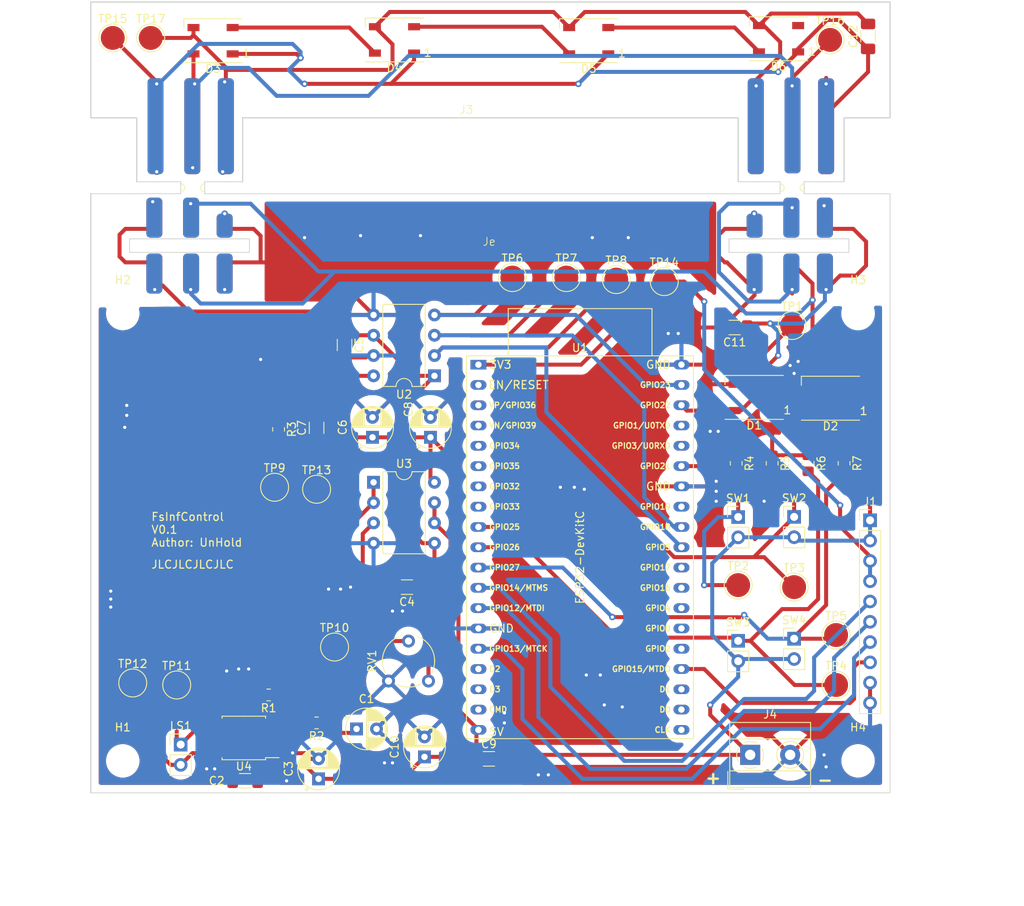
<source format=kicad_pcb>
(kicad_pcb (version 20221018) (generator pcbnew)
  (layers (0 "F.Cu" signal) (31 "B.Cu" signal) (34 "B.Paste" user) (35 "F.Paste" user) (36 "B.SilkS" user "B.Silkscreen") (37 "F.SilkS" user "F.Silkscreen") (38 "B.Mask" user) (39 "F.Mask" user) (44 "Edge.Cuts" user))
  (net 0 "")
  (net 1 "Net-(U4-+IN)")
  (net 2 "GND")
  (net 3 "+5V")
  (net 4 "Net-(U3B-+)")
  (net 5 "Net-(D3-VDD)")
  (net 6 "Net-(D3-VSS)")
  (net 7 "Net-(D1-DOUT)")
  (net 8 "/WS2812")
  (net 9 "Net-(D2-DOUT)")
  (net 10 "Net-(D3-DOUT)")
  (net 11 "Net-(D3-DIN)")
  (net 12 "Net-(D4-DOUT)")
  (net 13 "Net-(D5-DOUT)")
  (net 15 "+3V3")
  (net 16 "Net-(J1-Pin_5)")
  (net 17 "Net-(J1-Pin_6)")
  (net 18 "Net-(J1-Pin_7)")
  (net 19 "Net-(J1-Pin_8)")
  (net 20 "Net-(U4-V01)")
  (net 21 "Net-(U4-V02)")
  (net 22 "Net-(U4--IN)")
  (net 23 "Net-(U3A--)")
  (net 24 "Net-(U2-Vout)")
  (net 25 "Net-(U1-GPIO21)")
  (net 26 "Net-(U1-DAC_1{slash}ADC2_CH8{slash}GPIO25)")
  (net 27 "Net-(U1-DAC_2{slash}ADC2_CH9{slash}GPIO26)")
  (net 28 "Net-(U1-ADC2_CH7{slash}GPIO27)")
  (net 29 "Net-(U3B--)")
  (net 30 "Net-(U3A-+)")
  (net 31 "/SPI_MOSI")
  (net 32 "/SPI_CLK")
  (net 33 "/SPI_CS")
  (net 52 "/SPI_MISO")
  (footprint "Capacitor_THT:CP_Radial_D5.0mm_P2.50mm" (layer "F.Cu") (at 128.5 137.25 90)
    (fp_text reference "C3")
    (fp_text value "1uF")
  )
  (footprint "Capacitor_SMD:C_1206_3216Metric_Pad1.33x1.80mm_HandSolder" (layer "F.Cu") (at 128.25 93.3125 90)
    (fp_text reference "C7")
    (fp_text value "10nF")
  )
  (footprint "Resistor_SMD:R_0805_2012Metric_Pad1.20x1.40mm_HandSolder" (layer "F.Cu") (at 128.25 130.25 180)
    (fp_text reference "R2")
    (fp_text value "10k")
  )
  (footprint "Capacitor_THT:CP_Radial_D5.0mm_P2.50mm" (layer "F.Cu") (at 142.5 94.5 90)
    (fp_text reference "C8")
    (fp_text value "1uF")
  )
  (footprint "TestPoint:TestPoint_Pad_D3.0mm" (layer "F.Cu") (at 181 113)
    (fp_text reference "TP2")
    (fp_text value "SW1")
  )
  (footprint "Capacitor_SMD:C_1206_3216Metric_Pad1.33x1.80mm_HandSolder" (layer "F.Cu") (at 197.25 44.3125 90)
    (fp_text reference "C12")
    (fp_text value "10nF")
  )
  (footprint "LED_SMD:LED_WS2812B_PLCC4_5.0x5.0mm_P3.2mm" (layer "F.Cu") (at 138 44.75 180)
    (fp_text reference "D4")
    (fp_text value "WS2812B")
  )
  (footprint "TestPoint:TestPoint_Pad_D3.0mm" (layer "F.Cu") (at 165.75 74.75)
    (fp_text reference "TP8")
    (fp_text value "CS")
  )
  (footprint "Capacitor_SMD:C_1206_3216Metric_Pad1.33x1.80mm_HandSolder" (layer "F.Cu") (at 139.5625 113.25 180)
    (fp_text reference "C4")
    (fp_text value "10nF")
  )
  (footprint "TestPoint:TestPoint_Pad_D3.0mm" (layer "F.Cu") (at 192.5 44.75)
    (fp_text reference "TP16")
    (fp_text value "WS2812 Data")
  )
  (footprint "TestPoint:TestPoint_Pad_D3.0mm" (layer "F.Cu") (at 187.75 80.5)
    (fp_text reference "TP1")
    (fp_text value "WS812")
  )
  (footprint "Capacitor_THT:CP_Radial_D5.0mm_P2.50mm" (layer "F.Cu") (at 133.25 131)
    (fp_text reference "C1")
    (fp_text value "1uF")
  )
  (footprint "Connector_PinHeader_2.54mm:PinHeader_1x10_P2.54mm_Vertical" (layer "F.Cu") (at 197.5 104.89)
    (fp_text reference "J1")
    (fp_text value "SPI Header")
  )
  (footprint "TestPoint:TestPoint_Pad_D3.0mm" (layer "F.Cu") (at 123 100.75)
    (fp_text reference "TP9")
    (fp_text value "Filter")
  )
  (footprint "TestPoint:TestPoint_Pad_D3.0mm" (layer "F.Cu") (at 193.25 125.5)
    (fp_text reference "TP4")
    (fp_text value "SW3")
  )
  (footprint "Package_DIP:DIP-8_W7.62mm" (layer "F.Cu") (at 135.38 100.13)
    (fp_text reference "U3")
    (fp_text value "LM4562")
  )
  (footprint "Capacitor_SMD:C_1206_3216Metric_Pad1.33x1.80mm_HandSolder" (layer "F.Cu") (at 131.75 82.9375 -90)
    (fp_text reference "C5")
    (fp_text value "10nF")
  )
  (footprint "Connector_PinHeader_2.54mm:PinHeader_1x02_P2.54mm_Vertical" (layer "F.Cu") (at 188 104.46)
    (fp_text reference "SW2")
    (fp_text value "SW_Push")
  )
  (footprint "Resistor_SMD:R_0805_2012Metric_Pad1.20x1.40mm_HandSolder" (layer "F.Cu") (at 123.5 93.5 -90)
    (fp_text reference "R3")
    (fp_text value "820")
  )
  (footprint "Library:BasePCB" (layer "F.Cu") (at 149.85 70.5)
    (fp_text reference "Je")
    (fp_text value "Base_Conn")
    (fp_rect (start -45 0.85) (end -30 -0.85) (stroke (width 0.1)) (fill none) (layer "Edge.Cuts"))
    (fp_rect (start 30 0.85) (end 45 -0.85) (stroke (width 0.1)) (fill none) (layer "Edge.Cuts"))
  )
  (footprint "Library:mouse-bite-1mm-slot" (layer "F.Cu") (at 187.75 63.25)
    (fp_text reference "mouse-bite-1mm-slot" hide)
    (fp_text value "VAL**" hide)
  )
  (footprint "MountingHole:MountingHole_3.2mm_M3" (layer "F.Cu") (at 196 79)
    (fp_text reference "H3")
    (fp_text value "MountingHole")
  )
  (footprint "LED_SMD:LED_WS2812B_PLCC4_5.0x5.0mm_P3.2mm" (layer "F.Cu") (at 183 89.5 180)
    (fp_text reference "D1")
    (fp_text value "WS2812B")
  )
  (footprint "Resistor_SMD:R_0805_2012Metric_Pad1.20x1.40mm_HandSolder" (layer "F.Cu") (at 189.75 97.75 -90)
    (fp_text reference "R6")
    (fp_text value "10k")
  )
  (footprint "Resistor_SMD:R_0805_2012Metric_Pad1.20x1.40mm_HandSolder" (layer "F.Cu") (at 180.75 97.75 -90)
    (fp_text reference "R4")
    (fp_text value "10k")
  )
  (footprint "LED_SMD:LED_WS2812B_PLCC4_5.0x5.0mm_P3.2mm" (layer "F.Cu") (at 186.05 44.6 180)
    (fp_text reference "D6")
    (fp_text value "WS2812B")
  )
  (footprint "TestPoint:TestPoint_Pad_D3.0mm" (layer "F.Cu") (at 128.25 101)
    (fp_text reference "TP13")
    (fp_text value "5V")
  )
  (footprint "LED_SMD:LED_WS2812B_PLCC4_5.0x5.0mm_P3.2mm" (layer "F.Cu") (at 162.3 44.85 180)
    (fp_text reference "D5")
    (fp_text value "WS2812B")
  )
  (footprint "Connector_PinHeader_2.54mm:PinHeader_1x02_P2.54mm_Vertical" (layer "F.Cu") (at 111.25 132.96)
    (fp_text reference "LS1")
    (fp_text value "Speaker")
  )
  (footprint "Connector_PinHeader_2.54mm:PinHeader_1x02_P2.54mm_Vertical" (layer "F.Cu") (at 181 119.975)
    (fp_text reference "SW3")
    (fp_text value "SW_Push")
  )
  (footprint "LED_SMD:LED_WS2812B_PLCC4_5.0x5.0mm_P3.2mm" (layer "F.Cu") (at 115.3 44.85 180)
    (fp_text reference "D3")
    (fp_text value "WS2812B")
  )
  (footprint "MountingHole:MountingHole_3.2mm_M3" (layer "F.Cu") (at 104 135)
    (fp_text reference "H1")
    (fp_text value "MountingHole")
  )
  (footprint "TestPoint:TestPoint_Pad_D3.0mm" (layer "F.Cu") (at 110.75 125.5)
    (fp_text reference "TP11")
    (fp_text value "VO1")
  )
  (footprint "Capacitor_SMD:C_1206_3216Metric_Pad1.33x1.80mm_HandSolder" (layer "F.Cu") (at 119.3125 137.5)
    (fp_text reference "C2")
    (fp_text value "10nF")
  )
  (footprint "TestPoint:TestPoint_Pad_D3.0mm" (layer "F.Cu") (at 130.5 120.75)
    (fp_text reference "TP10")
    (fp_text value "Volume")
  )
  (footprint "TestPoint:TestPoint_Pad_D3.0mm" (layer "F.Cu") (at 159.5 74.5)
    (fp_text reference "TP7")
    (fp_text value "CLK")
  )
  (footprint "TestPoint:TestPoint_Pad_D3.0mm" (layer "F.Cu") (at 171.75 75)
    (fp_text reference "TP14")
    (fp_text value "3V3")
  )
  (footprint "MountingHole:MountingHole_3.2mm_M3" (layer "F.Cu") (at 104 79)
    (fp_text reference "H2")
    (fp_text value "MountingHole")
  )
  (footprint "TestPoint:TestPoint_Pad_D3.0mm" (layer "F.Cu") (at 152.75 74.5)
    (fp_text reference "TP6")
    (fp_text value "MOSI")
  )
  (footprint "Potentiometer_THT:Potentiometer_Piher_PT-6-V_Vertical" (layer "F.Cu") (at 142.25 125 90)
    (fp_text reference "RV1")
    (fp_text value "10k")
  )
  (footprint "TestPoint:TestPoint_Pad_D3.0mm" (layer "F.Cu") (at 102.75 44.5)
    (fp_text reference "TP15")
    (fp_text value "5V")
  )
  (footprint "TestPoint:TestPoint_Pad_D3.0mm" (layer "F.Cu") (at 188 113.25)
    (fp_text reference "TP3")
    (fp_text value "SW2")
  )
  (footprint "Connector_PinHeader_2.54mm:PinHeader_1x02_P2.54mm_Vertical" (layer "F.Cu") (at 188 119.71)
    (fp_text reference "SW4")
    (fp_text value "SW_Push")
  )
  (footprint "MountingHole:MountingHole_3.2mm_M3" (layer "F.Cu") (at 196 135)
    (fp_text reference "H4")
    (fp_text value "MountingHole")
  )
  (footprint "PCM_Espressif:ESP32-DevKitC" (layer "F.Cu") (at 148.5 85.4)
    (fp_text reference "U1")
    (fp_text value "ESP32-DevKitC")
  )
  (footprint "Package_SO:SOIC-8_5.23x5.23mm_P1.27mm" (layer "F.Cu") (at 119.15 132.135 180)
    (fp_text reference "U4")
    (fp_text value "LM4871")
  )
  (footprint "Library:LedPCB" (layer "F.Cu") (at 147 55.45)
    (fp_text reference "J3")
    (fp_text value "LED_Conn")
  )
  (footprint "Library:mouse-bite-1mm-slot" (layer "F.Cu") (at 112.75 63.25)
    (fp_text reference "mouse-bite-1mm-slot" hide)
    (fp_text value "VAL**" hide)
  )
  (footprint "TestPoint:TestPoint_Pad_D3.0mm" (layer "F.Cu") (at 105.25 125.25)
    (fp_text reference "TP12")
    (fp_text value "VO2")
  )
  (footprint "Resistor_SMD:R_0805_2012Metric_Pad1.20x1.40mm_HandSolder" (layer "F.Cu") (at 122.25 126.75 180)
    (fp_text reference "R1")
    (fp_text value "10k")
  )
  (footprint "Connector_PinHeader_2.54mm:PinHeader_1x02_P2.54mm_Vertical" (layer "F.Cu") (at 181 104.475)
    (fp_text reference "SW1")
    (fp_text value "SW_Push")
  )
  (footprint "Package_DIP:DIP-8_W7.62mm" (layer "F.Cu") (at 143 86.8 180)
    (fp_text reference "U2")
    (fp_text value "MCP4801")
  )
  (footprint "Capacitor_SMD:C_1206_3216Metric_Pad1.33x1.80mm_HandSolder" (layer "F.Cu") (at 149.8125 134.75)
    (fp_text reference "C9")
    (fp_text value "10nF")
  )
  (footprint "Resistor_SMD:R_0805_2012Metric_Pad1.20x1.40mm_HandSolder" (layer "F.Cu") (at 185.25 97.75 -90)
    (fp_text reference "R5")
    (fp_text value "10k")
  )
  (footprint "Capacitor_THT:CP_Radial_D5.0mm_P2.50mm" (layer "F.Cu") (at 135.25 94.5 90)
    (fp_text reference "C6")
    (fp_text value "1uF")
  )
  (footprint "TestPoint:TestPoint_Pad_D3.0mm" (layer "F.Cu") (at 193.25 119.25)
    (fp_text reference "TP5")
    (fp_text value "SW4")
  )
  (footprint "TestPoint:TestPoint_Pad_D3.0mm" (layer "F.Cu") (at 107.5 44.5)
    (fp_text reference "TP17")
    (fp_text value "GND")
  )
  (footprint "Resistor_SMD:R_0805_2012Metric_Pad1.20x1.40mm_HandSolder" (layer "F.Cu") (at 194.25 97.75 -90)
    (fp_text reference "R7")
    (fp_text value "10k")
  )
  (footprint "LED_SMD:LED_WS2812B_PLCC4_5.0x5.0mm_P3.2mm" (layer "F.Cu") (at 192.55 89.6 180)
    (fp_text reference "D2")
    (fp_text value "WS2812B")
  )
  (footprint "Capacitor_THT:CP_Radial_D5.0mm_P2.50mm" (layer "F.Cu") (at 141.75 134.5 90)
    (fp_text reference "C10")
    (fp_text value "1uF")
  )
  (footprint "Capacitor_SMD:C_1206_3216Metric_Pad1.33x1.80mm_HandSolder" (layer "F.Cu") (at 180.5625 80.75 180)
    (fp_text reference "C11")
    (fp_text value "10nF")
  )
  (footprint "TerminalBlock_MetzConnect:TerminalBlock_MetzConnect_Type055_RT01502HDWU_1x02_P5.00mm_Horizontal" (layer "F.Cu") (at 182.5 134.25)
    (fp_text reference "J4")
    (fp_text value "Power")
  )
  (gr_line (start 100 64) (end 105.5 64) (stroke (width 0.1)) (layer "Edge.Cuts"))
  (gr_line (start 194.25 62.5) (end 189.25 62.5) (stroke (width 0.1)) (layer "Edge.Cuts"))
  (gr_line (start 100 64) (end 100 139) (stroke (width 0.15)) (layer "Edge.Cuts"))
  (gr_line (start 114.25 62.5) (end 119 62.5) (stroke (width 0.1)) (layer "Edge.Cuts"))
  (gr_line (start 200 40) (end 100 40) (stroke (width 0.15)) (layer "Edge.Cuts"))
  (gr_line (start 105.5 64) (end 111.25 64) (stroke (width 0.1)) (layer "Edge.Cuts"))
  (gr_line (start 119 54.5) (end 181 54.5) (stroke (width 0.15)) (layer "Edge.Cuts"))
  (gr_line (start 189.25 62.5) (end 189.25 64) (stroke (width 0.1)) (layer "Edge.Cuts"))
  (gr_line (start 200 139) (end 100 139) (stroke (width 0.1)) (layer "Edge.Cuts"))
  (gr_line (start 119 62.5) (end 119 54.5) (stroke (width 0.15)) (layer "Edge.Cuts"))
  (gr_line (start 111.25 62.5) (end 105.75 62.5) (stroke (width 0.1)) (layer "Edge.Cuts"))
  (gr_line (start 114.25 62.5) (end 114.25 64) (stroke (width 0.1)) (layer "Edge.Cuts"))
  (gr_line (start 100 54.5) (end 100 40) (stroke (width 0.15)) (layer "Edge.Cuts"))
  (gr_line (start 114.25 64) (end 186.25 64) (stroke (width 0.1)) (layer "Edge.Cuts"))
  (gr_line (start 105.75 62.5) (end 105.75 54.5) (stroke (width 0.15)) (layer "Edge.Cuts"))
  (gr_line (start 181 62.5) (end 181 54.5) (stroke (width 0.15)) (layer "Edge.Cuts"))
  (gr_line (start 105.75 54.5) (end 100 54.5) (stroke (width 0.15)) (layer "Edge.Cuts"))
  (gr_line (start 186.25 62.5) (end 186.25 64) (stroke (width 0.1)) (layer "Edge.Cuts"))
  (gr_line (start 200 54.5) (end 200 40) (stroke (width 0.15)) (layer "Edge.Cuts"))
  (gr_line (start 111.25 62.5) (end 111.25 64) (stroke (width 0.1)) (layer "Edge.Cuts"))
  (gr_line (start 194.25 62.5) (end 194.25 54.5) (stroke (width 0.15)) (layer "Edge.Cuts"))
  (gr_line (start 194.25 54.5) (end 200 54.5) (stroke (width 0.15)) (layer "Edge.Cuts"))
  (gr_line (start 189.25 64) (end 200 64) (stroke (width 0.1)) (layer "Edge.Cuts"))
  (gr_line (start 186.25 62.5) (end 181 62.5) (stroke (width 0.1)) (layer "Edge.Cuts"))
  (gr_line (start 200 64) (end 200 139) (stroke (width 0.1)) (layer "Edge.Cuts"))
  (gr_text "JLCJLCJLCJLC" (at 107.5 111) (layer "F.SilkS") (effects (font (size 1 1)) (justify left bottom)))
  (gr_text "+" (at 176.75 138) (layer "F.SilkS") (effects (font (size 1.5 1.5) (thickness 0.3) bold) (justify left bottom)))
  (gr_text "FsInfControl\nV0.1\nAuthor: UnHold" (at 107.5 108.25) (layer "F.SilkS") (effects (font (size 1 1)) (justify left bottom)))
  (gr_text "-" (at 190.75 138.25) (layer "F.SilkS") (effects (font (size 1.5 1.5) (thickness 0.3) bold) (justify left bottom)))
  (segment (start 122.75 131.5) (end 122.75 132.77) (width 0.5) (layer "F.Cu") (net 1))
  (segment (start 132.75 131.5) (end 133.25 131) (width 0.5) (layer "F.Cu") (net 1))
  (segment (start 122.75 131.5) (end 132.75 131.5) (width 0.5) (layer "F.Cu") (net 1))
  (segment (start 117.75 133.5) (end 117.75 135) (width 0.5) (layer "F.Cu") (net 2))
  (segment (start 197.5 125.21) (end 197.5 127.75) (width 0.5) (layer "F.Cu") (net 2))
  (segment (start 183 76.25) (end 183 76) (width 0.5) (layer "F.Cu") (net 2))
  (segment (start 128.8 72.6) (end 135.38 79.18) (width 0.5) (layer "F.Cu") (net 2))
  (segment (start 179.332233 68.4) (end 178.6 69.132233) (width 0.5) (layer "F.Cu") (net 2))
  (segment (start 126.79 134.04) (end 127.5 134.75) (width 0.5) (layer "F.Cu") (net 2))
  (segment (start 116.75 72.6) (end 121.25 72.6) (width 0.5) (layer "F.Cu") (net 2))
  (segment (start 178.6 71.867767) (end 179.332233 72.6) (width 0.5) (layer "F.Cu") (net 2))
  (segment (start 127.5 134.75) (end 128.5 134.75) (width 0.5) (layer "F.Cu") (net 2))
  (segment (start 125.21 134.04) (end 125.25 134) (width 0.5) (layer "F.Cu") (net 2))
  (segment (start 122.75 134.04) (end 125.21 134.04) (width 0.5) (layer "F.Cu") (net 2))
  (segment (start 117.02 132.77) (end 117.75 133.5) (width 0.5) (layer "F.Cu") (net 2))
  (segment (start 115.55 132.77) (end 117.02 132.77) (width 0.5) (layer "F.Cu") (net 2))
  (segment (start 121.25 72.6) (end 128.8 72.6) (width 0.5) (layer "F.Cu") (net 2))
  (segment (start 124.5 137.5) (end 120.875 137.5) (width 0.5) (layer "F.Cu") (net 2))
  (segment (start 183.05 75.3) (end 183.05 72.6) (width 0.5) (layer "F.Cu") (net 2))
  (segment (start 183.25 76) (end 183.5 75.75) (width 0.5) (layer "F.Cu") (net 2))
  (segment (start 183.05 76.7) (end 183.05 76.2) (width 0.5) (layer "F.Cu") (net 2))
  (segment (start 183 76) (end 179.6 72.6) (width 0.5) (layer "F.Cu") (net 2))
  (segment (start 183 68.35) (end 183.05 68.4) (width 0.5) (layer "F.Cu") (net 2))
  (segment (start 178.6 69.132233) (end 178.6 71.867767) (width 0.5) (layer "F.Cu") (net 2))
  (segment (start 183 76) (end 183.25 76) (width 0.5) (layer "F.Cu") (net 2))
  (segment (start 183.05 68.4) (end 179.332233 68.4) (width 0.5) (layer "F.Cu") (net 2))
  (segment (start 117.75 135) (end 116.75 136) (width 0.5) (layer "F.Cu") (net 2))
  (segment (start 116.75 68.4) (end 116.75 66.5) (width 0.5) (layer "F.Cu") (net 2))
  (segment (start 120.367767 68.4) (end 121.25 69.282233) (width 0.5) (layer "F.Cu") (net 2))
  (segment (start 179 80.75) (end 183.05 76.7) (width 0.5) (layer "F.Cu") (net 2))
  (segment (start 116.75 68.4) (end 120.367767 68.4) (width 0.5) (layer "F.Cu") (net 2))
  (segment (start 125.29 134.04) (end 126.79 134.04) (width 0.5) (layer "F.Cu") (net 2))
  (segment (start 179.6 72.6) (end 179.332233 72.6) (width 0.5) (layer "F.Cu") (net 2))
  (segment (start 121.25 69.282233) (end 121.25 72.6) (width 0.5) (layer "F.Cu") (net 2))
  (segment (start 183.05 76.2) (end 183 76.25) (width 0.5) (layer "F.Cu") (net 2))
  (segment (start 125.25 134) (end 125.29 134.04) (width 0.5) (layer "F.Cu") (net 2))
  (segment (start 116.75 76) (end 116.75 72.6) (width 0.5) (layer "F.Cu") (net 2))
  (segment (start 183.5 75.75) (end 183.05 75.3) (width 0.5) (layer "F.Cu") (net 2))
  (segment (start 183 66.5) (end 183 68.35) (width 0.5) (layer "F.Cu") (net 2))
  (segment (start 116.75 136) (end 115.5 136) (width 0.5) (layer "F.Cu") (net 2))
  (via (at 137.75 116.25) (size 0.8) (drill 0.4) (layers "F.Cu" "B.Cu") (net 2))
  (via (at 188 86.5) (size 0.8) (drill 0.4) (layers "F.Cu" "B.Cu") (net 2))
  (via (at 139 116.25) (size 0.8) (drill 0.4) (layers "F.Cu" "B.Cu") (net 2))
  (via (at 151.75 130.25) (size 0.8) (drill 0.4) (layers "F.Cu" "B.Cu") (net 2))
  (via (at 184.25 102.5) (size 0.8) (drill 0.4) (layers "F.Cu" "B.Cu") (net 2))
  (via (at 133.75 69.25) (size 0.8) (drill 0.4) (layers "F.Cu" "B.Cu") (net 2))
  (via (at 141.25 69.25) (size 0.8) (drill 0.4) (layers "F.Cu" "B.Cu") (net 2))
  (via (at 183 76) (size 0.8) (drill 0.4) (layers "F.Cu" "B.Cu") (net 2))
  (via (at 173.5 81.5) (size 0.8) (drill 0.4) (layers "F.Cu" "B.Cu") (net 2))
  (via (at 188.5 85) (size 0.8) (drill 0.4) (layers "F.Cu" "B.Cu") (net 2))
  (via (at 167.25 69.5) (size 0.8) (drill 0.4) (layers "F.Cu" "B.Cu") (net 2))
  (via (at 125.25 134) (size 0.8) (drill 0.4) (layers "F.Cu" "B.Cu") (net 2))
  (via (at 116.75 76) (size 0.8) (drill 0.4) (layers "F.Cu" "B.Cu") (net 2))
  (via (at 156 136.75) (size 0.8) (drill 0.4) (layers "F.Cu" "B.Cu") (net 2))
  (via (at 102.5 115.75) (size 0.8) (drill 0.4) (layers "F.Cu" "B.Cu") (net 2))
  (via (at 178.25 100) (size 0.8) (drill 0.4) (layers "F.Cu" "B.Cu") (net 2))
  (via (at 163.75 124.25) (size 0.8) (drill 0.4) (layers "F.Cu" "B.Cu") (net 2))
  (via (at 104.5 91.75) (size 0.8) (drill 0.4) (layers "F.Cu" "B.Cu") (net 2))
  (via (at 115.5 136) (size 0.8) (drill 0.4) (layers "F.Cu" "B.Cu") (net 2))
  (via (at 164.25 128) (size 0.8) (drill 0.4) (layers "F.Cu" "B.Cu") (net 2))
  (via (at 131.25 113.5) (size 0.8) (drill 0.4) (layers "F.Cu" "B.Cu") (net 2))
  (via (at 124.5 137.5) (size 0.8) (drill 0.4) (layers "F.Cu" "B.Cu") (net 2))
  (via (at 166.5 128.25) (size 0.8) (drill 0.4) (layers "F.Cu" "B.Cu") (net 2))
  (via (at 102.5 113.75) (size 0.8) (drill 0.4) (layers "F.Cu" "B.Cu") (net 2))
  (via (at 102.5 114.75) (size 0.8) (drill 0.4) (layers "F.Cu" "B.Cu") (net 2))
  (via (at 162.75 69.5) (size 0.8) (drill 0.4) (layers "F.Cu" "B.Cu") (net 2))
  (via (at 178.5 93.75) (size 0.8) (drill 0.4) (layers "F.Cu" "B.Cu") (net 2))
  (via (at 183 66.5) (size 0.8) (drill 0.4) (layers "F.Cu" "B.Cu") (net 2))
  (via (at 192 135.75) (size 0.8) (drill 0.4) (layers "F.Cu" "B.Cu") (net 2))
  (via (at 132.5 113.25) (size 0.8) (drill 0.4) (layers "F.Cu" "B.Cu") (net 2))
  (via (at 178.25 102.5) (size 0.8) (drill 0.4) (layers "F.Cu" "B.Cu") (net 2))
  (via (at 136.75 135.25) (size 0.8) (drill 0.4) (layers "F.Cu" "B.Cu") (net 2))
  (via (at 137.75 135.25) (size 0.8) (drill 0.4) (layers "F.Cu" "B.Cu") (net 2))
  (via (at 126.75 69.5) (size 0.8) (drill 0.4) (layers "F.Cu" "B.Cu") (net 2))
  (via (at 104.25 93.25) (size 0.8) (drill 0.4) (layers "F.Cu" "B.Cu") (net 2))
  (via (at 116.75 66.5) (size 0.8) (drill 0.4) (layers "F.Cu" "B.Cu") (net 2))
  (via (at 118.5 123.5) (size 0.8) (drill 0.4) (layers "F.Cu" "B.Cu") (net 2))
  (via (at 177.5 93.75) (size 0.8) (drill 0.4) (layers "F.Cu" "B.Cu") (net 2))
  (via (at 172.25 81.5) (size 0.8) (drill 0.4) (layers "F.Cu" "B.Cu") (net 2))
  (via (at 178.25 101.25) (size 0.8) (drill 0.4) (layers "F.Cu" "B.Cu") (net 2))
  (via (at 162 124.25) (size 0.8) (drill 0.4) (layers "F.Cu" "B.Cu") (net 2))
  (via (at 151.75 129) (size 0.8) (drill 0.4) (layers "F.Cu" "B.Cu") (net 2))
  (via (at 129.75 113.5) (size 0.8) (drill 0.4) (layers "F.Cu" "B.Cu") (net 2))
  (via (at 114.5 136) (size 0.8) (drill 0.4) (layers "F.Cu" "B.Cu") (net 2))
  (via (at 121.25 84.75) (size 0.8) (drill 0.4) (layers "F.Cu" "B.Cu") (net 2))
  (via (at 161.75 101) (size 0.8) (drill 0.4) (layers "F.Cu" "B.Cu") (net 2))
  (via (at 187.5 85.5) (size 0.8) (drill 0.4) (layers "F.Cu" "B.Cu") (net 2))
  (via (at 191.75 134.25) (size 0.8) (drill 0.4) (layers "F.Cu" "B.Cu") (net 2))
  (via (at 104.5 90.5) (size 0.8) (drill 0.4) (layers "F.Cu" "B.Cu") (net 2))
  (via (at 119.75 123.5) (size 0.8) (drill 0.4) (layers "F.Cu" "B.Cu") (net 2))
  (via (at 160.5 100.75) (size 0.8) (drill 0.4) (layers "F.Cu" "B.Cu") (net 2))
  (via (at 157.25 136.75) (size 0.8) (drill 0.4) (layers "F.Cu" "B.Cu") (net 2))
  (via (at 158.75 100.75) (size 0.8) (drill 0.4) (layers "F.Cu" "B.Cu") (net 2))
  (via (at 117 123.75) (size 0.8) (drill 0.4) (layers "F.Cu" "B.Cu") (net 2))
  (segment (start 183 68.4) (end 183.05 68.4) (width 0.5) (layer "B.Cu") (net 2))
  (segment (start 125.25 134) (end 125.25 136.75) (width 0.5) (layer "B.Cu") (net 2))
  (segment (start 125.25 136.75) (end 124.5 137.5) (width 0.5) (layer "B.Cu") (net 2))
  (segment (start 183 76) (end 183 72.6) (width 0.5) (layer "B.Cu") (net 2))
  (segment (start 183 72.6) (end 183.05 72.6) (width 0.5) (layer "B.Cu") (net 2))
  (segment (start 116.75 66.5) (end 116.75 68.4) (width 0.5) (layer "B.Cu") (net 2))
  (segment (start 183 66.5) (end 183 68.4) (width 0.5) (layer "B.Cu") (net 2))
  (segment (start 146 128.62) (end 148.5 131.12) (width 0.5) (layer "F.Cu") (net 3))
  (segment (start 184.15 89.85) (end 184.15 86.1) (width 0.5) (layer "F.Cu") (net 3))
  (segment (start 143 86.8) (end 140.46 86.8) (width 0.5) (layer "F.Cu") (net 3))
  (segment (start 108.25 74.75) (end 107.95 74.45) (width 0.5) (layer "F.Cu") (net 3))
  (segment (start 185.45 91.15) (end 184.15 89.85) (width 0.5) (layer "F.Cu") (net 3))
  (segment (start 119 136.25) (end 117.75 137.5) (width 0.5) (layer "F.Cu") (net 3))
  (segment (start 107.95 68.4) (end 107.75 65) (width 0.5) (layer "F.Cu") (net 3))
  (segment (start 150.75 137.25) (end 148.25 134.75) (width 0.5) (layer "F.Cu") (net 3))
  (segment (start 139.25 94.5) (end 139.25 90.55) (width 0.5) (layer "F.Cu") (net 3))
  (segment (start 188.05 93.75) (end 197.5 93.75) (width 0.5) (layer "F.Cu") (net 3))
  (segment (start 107.95 68.4) (end 104.332233 68.4) (width 0.5) (layer "F.Cu") (net 3))
  (segment (start 128.625 94.5) (end 135.25 94.5) (width 0.5) (layer "F.Cu") (net 3))
  (segment (start 142.5 99.63) (end 143 100.13) (width 0.5) (layer "F.Cu") (net 3))
  (segment (start 139.25 90.55) (end 143 86.8) (width 0.5) (layer "F.Cu") (net 3))
  (segment (start 148 134.5) (end 148.25 134.75) (width 0.5) (layer "F.Cu") (net 3))
  (segment (start 140.46 86.8) (end 135.38 81.72) (width 0.5) (layer "F.Cu") (net 3))
  (segment (start 148.25 131.37) (end 148.5 131.12) (width 0.5) (layer "F.Cu") (net 3))
  (segment (start 127 135.75) (end 128.5 137.25) (width 0.5) (layer "F.Cu") (net 3))
  (segment (start 182.5 134.25) (end 155.5 134.25) (width 0.5) (layer "F.Cu") (net 3))
  (segment (start 129.125 78.75) (end 112.25 78.75) (width 0.5) (layer "F.Cu") (net 3))
  (segment (start 195.75 74.25) (end 193.75 74.25) (width 0.5) (layer "F.Cu") (net 3))
  (segment (start 184.15 86.1) (end 186 84.25) (width 0.5) (layer "F.Cu") (net 3))
  (segment (start 115.55 131.5) (end 118 131.5) (width 0.5) (layer "F.Cu") (net 3))
  (segment (start 146 98) (end 146 128.62) (width 0.5) (layer "F.Cu") (net 3))
  (segment (start 139.25 94.5) (end 142.5 94.5) (width 0.5) (layer "F.Cu") (net 3))
  (segment (start 185.45 91.15) (end 188.05 93.75) (width 0.5) (layer "F.Cu") (net 3))
  (segment (start 132.095 81.72) (end 131.75 81.375) (width 0.5) (layer "F.Cu") (net 3))
  (segment (start 108 76) (end 108.25 75.5) (width 0.5) (layer "F.Cu") (net 3))
  (segment (start 197.5 104.89) (end 197.5 93.75) (width 0.5) (layer "F.Cu") (net 3))
  (segment (start 177.5 129.25) (end 177.5 128) (width 0.5) (layer "F.Cu") (net 3))
  (segment (start 139 137.25) (end 141.75 134.5) (width 0.5) (layer "F.Cu") (net 3))
  (segment (start 107.95 74.45) (end 107.95 72.6) (width 0.5) (layer "F.Cu") (net 3))
  (segment (start 197 70) (end 197 73) (width 0.5) (layer "F.Cu") (net 3))
  (segment (start 191.85 68.4) (end 191.85 65.25) (width 0.5) (layer "F.Cu") (net 3))
  (segment (start 104.332233 72.6) (end 107.95 72.6) (width 0.5) (layer "F.Cu") (net 3))
  (segment (start 155.5 134.25) (end 152.5 137.25) (width 0.5) (layer "F.Cu") (net 3))
  (segment (start 128.25 94.875) (end 128.625 94.5) (width 0.5) (layer "F.Cu") (net 3))
  (segment (start 152.5 137.25) (end 150.75 137.25) (width 0.5) (layer "F.Cu") (net 3))
  (segment (start 185 80.25) (end 182.625 80.25) (width 0.5) (layer "F.Cu") (net 3))
  (segment (start 118 131.5) (end 119 132.5) (width 0.5) (layer "F.Cu") (net 3))
  (segment (start 107.95 65.25) (end 108 65.25) (width 0.5) (layer "F.Cu") (net 3))
  (segment (start 103.6 71.867767) (end 104.332233 72.6) (width 0.5) (layer "F.Cu") (net 3))
  (segment (start 119 135.75) (end 119 136.25) (width 0.5) (layer "F.Cu") (net 3))
  (segment (start 191.85 65.25) (end 192 65) (width 0.5) (layer "F.Cu") (net 3))
  (segment (start 142.5 94.5) (end 146 98) (width 0.5) (layer "F.Cu") (net 3))
  (segment (start 148.25 134.75) (end 148.25 131.37) (width 0.5) (layer "F.Cu") (net 3))
  (segment (start 119 132.5) (end 119 135.75) (width 0.5) (layer "F.Cu") (net 3))
  (segment (start 119 135.75) (end 127 135.75) (width 0.5) (layer "F.Cu") (net 3))
  (segment (start 103.6 69.132233) (end 103.6 71.867767) (width 0.5) (layer "F.Cu") (net 3))
  (segment (start 193.75 74.25) (end 192 76) (width 0.5) (layer "F.Cu") (net 3))
  (segment (start 192 65) (end 192 65.25) (width 0.5) (layer "F.Cu") (net 3))
  (segment (start 107.75 65) (end 107.95 65.25) (width 0.5) (layer "F.Cu") (net 3))
  (segment (start 104.332233 68.4) (end 103.6 69.132233) (width 0.5) (layer "F.Cu") (net 3))
  (segment (start 197.5 93.75) (end 195 91.25) (width 0.5) (layer "F.Cu") (net 3))
  (segment (start 128.5 137.25) (end 139 137.25) (width 0.5) (layer "F.Cu") (net 3))
  (segment (start 135.38 81.72) (end 132.095 81.72) (width 0.5) (layer "F.Cu") (net 3))
  (segment (start 142.5 94.5) (end 142.5 99.63) (width 0.5) (layer "F.Cu") (net 3))
  (segment (start 182.625 80.25) (end 182.125 80.75) (width 0.5) (layer "F.Cu") (net 3))
  (segment (start 195.4 68.4) (end 197 70) (width 0.5) (layer "F.Cu") (net 3))
  (segment (start 191.85 68.4) (end 195.4 68.4) (width 0.5) (layer "F.Cu") (net 3))
  (segment (start 182.125 80.75) (end 182.5 80.75) (width 0.5) (layer "F.Cu") (net 3))
  (segment (start 182.5 134.25) (end 177.5 129.25) (width 0.5) (layer "F.Cu") (net 3))
  (segment (start 135.25 94.5) (end 139.25 94.5) (width 0.5) (layer "F.Cu") (net 3))
  (segment (start 112.25 78.75) (end 109 75.5) (width 0.5) (layer "F.Cu") (net 3))
  (segment (start 141.75 134.5) (end 148 134.5) (width 0.5) (layer "F.Cu") (net 3))
  (segment (start 197 73) (end 195.75 74.25) (width 0.5) (layer "F.Cu") (net 3))
  (segment (start 109 75.5) (end 108 76) (width 0.5) (layer "F.Cu") (net 3))
  (segment (start 128.25 101) (end 128.25 94.875) (width 0.5) (layer "F.Cu") (net 3))
  (segment (start 131.75 81.375) (end 129.125 78.75) (width 0.5) (layer "F.Cu") (net 3))
  (segment (start 108.25 75.5) (end 108.25 74.75) (width 0.5) (layer "F.Cu") (net 3))
  (via (at 186 84.25) (size 0.8) (drill 0.4) (layers "F.Cu" "B.Cu") (net 3))
  (via (at 191.75 65.5) (size 0.8) (drill 0.4) (layers "F.Cu" "B.Cu") (net 3))
  (via (at 192 76) (size 0.8) (drill 0.4) (layers "F.Cu" "B.Cu") (net 3))
  (via (at 177.5 128) (size 0.8) (drill 0.4) (layers "F.Cu" "B.Cu") (net 3))
  (via (at 107.75 65) (size 0.8) (drill 0.4) (layers "F.Cu" "B.Cu") (net 3))
  (via (at 185 80.25) (size 0.8) (drill 0.4) (layers "F.Cu" "B.Cu") (net 3))
  (via (at 108 76) (size 0.8) (drill 0.4) (layers "F.Cu" "B.Cu") (net 3))
  (segment (start 189 80.25) (end 185 80.25) (width 0.5) (layer "B.Cu") (net 3))
  (segment (start 187.985 107.015) (end 188 107) (width 0.5) (layer "B.Cu") (net 3))
  (segment (start 197.5 107.43) (end 197.5 104.89) (width 0.5) (layer "B.Cu") (net 3))
  (segment (start 181 107.015) (end 187.985 107.015) (width 0.5) (layer "B.Cu") (net 3))
  (segment (start 177.75 110.265) (end 181 107.015) (width 0.5) (layer "B.Cu") (net 3))
  (segment (start 191.85 77.4) (end 189 80.25) (width 0.5) (layer "B.Cu") (net 3))
  (segment (start 186 81.25) (end 185 80.25) (width 0.5) (layer "B.Cu") (net 3))
  (segment (start 191.95 72.6) (end 191.85 72.6) (width 0.5) (layer "B.Cu") (net 3))
  (segment (start 177.75 119.265) (end 177.75 110.265) (width 0.5) (layer "B.Cu") (net 3))
  (segment (start 191.85 74.85) (end 191.85 74.077819) (width 0.5) (layer "B.Cu") (net 3))
  (segment (start 192 76) (end 191.85 75.85) (width 0.5) (layer "B.Cu") (net 3))
  (segment (start 181.265 122.25) (end 181 122.515) (width 0.5) (layer "B.Cu") (net 3))
  (segment (start 192 76) (end 191.85 76.15) (width 0.5) (layer "B.Cu") (net 3))
  (segment (start 192.25 75.25) (end 191.85 74.85) (width 0.5) (layer "B.Cu") (net 3))
  (segment (start 197.5 107.43) (end 188.43 107.43) (width 0.5) (layer "B.Cu") (net 3))
  (segment (start 177.5 128) (end 181 124.5) (width 0.5) (layer "B.Cu") (net 3))
  (segment (start 181 124.5) (end 181 122.515) (width 0.5) (layer "B.Cu") (net 3))
  (segment (start 192 72.65) (end 191.95 72.6) (width 0.5) (layer "B.Cu") (net 3))
  (segment (start 186 84.25) (end 186 81.25) (width 0.5) (layer "B.Cu") (net 3))
  (segment (start 191.85 75.65) (end 192.25 75.25) (width 0.5) (layer "B.Cu") (net 3))
  (segment (start 191.85 76.15) (end 191.85 77.4) (width 0.5) (layer "B.Cu") (net 3))
  (segment (start 188 122.25) (end 181.265 122.25) (width 0.5) (layer "B.Cu") (net 3))
  (segment (start 188.43 107.43) (end 188 107) (width 0.5) (layer "B.Cu") (net 3))
  (segment (start 191.85 75.85) (end 191.85 75.65) (width 0.5) (layer "B.Cu") (net 3))
  (segment (start 181 122.515) (end 177.75 119.265) (width 0.5) (layer "B.Cu") (net 3))
  (segment (start 192 76) (end 192 72.65) (width 0.5) (layer "B.Cu") (net 3))
  (segment (start 141.125 113.25) (end 143 111.375) (width 0.5) (layer "F.Cu") (net 4))
  (segment (start 123 95) (end 123 100.75) (width 0.5) (layer "F.Cu") (net 4))
  (segment (start 139.75 99) (end 139.75 106) (width 0.5) (layer "F.Cu") (net 4))
  (segment (start 132.5 98.5) (end 133.75 97.25) (width 0.5) (layer "F.Cu") (net 4))
  (segment (start 126.75 104.5) (end 130.25 104.5) (width 0.5) (layer "F.Cu") (net 4))
  (segment (start 143 111.375) (end 143 107.75) (width 0.5) (layer "F.Cu") (net 4))
  (segment (start 141.5 107.75) (end 143 107.75) (width 0.5) (layer "F.Cu") (net 4))
  (segment (start 132.5 102.25) (end 132.5 98.5) (width 0.5) (layer "F.Cu") (net 4))
  (segment (start 139.75 106) (end 141.5 107.75) (width 0.5) (layer "F.Cu") (net 4))
  (segment (start 123.5 94.5) (end 123 95) (width 0.5) (layer "F.Cu") (net 4))
  (segment (start 133.75 97.25) (end 138 97.25) (width 0.5) (layer "F.Cu") (net 4))
  (segment (start 138 97.25) (end 139.75 99) (width 0.5) (layer "F.Cu") (net 4))
  (segment (start 130.25 104.5) (end 132.5 102.25) (width 0.5) (layer "F.Cu") (net 4))
  (segment (start 123 100.75) (end 126.75 104.5) (width 0.5) (layer "F.Cu") (net 4))
  (segment (start 192.100862 42.25) (end 188.5 45.850862) (width 0.5) (layer "F.Cu") (net 5))
  (segment (start 188.5 46.25) (end 186 48.75) (width 0.5) (layer "F.Cu") (net 5))
  (segment (start 126.25 47) (end 125.75 46.5) (width 0.5) (layer "F.Cu") (net 5))
  (segment (start 164.75 46.5) (end 161 50.25) (width 0.5) (layer "F.Cu") (net 5))
  (segment (start 108.1 57.5) (end 108.1 50.85) (width 0.5) (layer "F.Cu") (net 5))
  (segment (start 108.1 50.1) (end 108.1 49.85) (width 0.5) (layer "F.Cu") (net 5))
  (segment (start 125.75 46.5) (end 117.75 46.5) (width 0.5) (layer "F.Cu") (net 5))
  (segment (start 197.25 45.875) (end 197.25 48.75) (width 0.5) (layer "F.Cu") (net 5))
  (segment (start 197.25 45.875) (end 193.625 42.25) (width 0.5) (layer "F.Cu") (net 5))
  (segment (start 108.25 50.25) (end 108.1 50.1) (width 0.5) (layer "F.Cu") (net 5))
  (segment (start 108.1 50.85) (end 108 50.75) (width 0.5) (layer "F.Cu") (net 5))
  (segment (start 188.5 45.850862) (end 188.5 46.25) (width 0.5) (layer "F.Cu") (net 5))
  (segment (start 197.25 48.75) (end 192 54) (width 0.5) (layer "F.Cu") (net 5))
  (segment (start 137.55 50.25) (end 140.45 47.35) (width 0.5) (layer "F.Cu") (net 5))
  (segment (start 108 50.75) (end 108.1 50.65) (width 0.5) (layer "F.Cu") (net 5))
  (segment (start 126.75 50.25) (end 137.55 50.25) (width 0.5) (layer "F.Cu") (net 5))
  (segment (start 161 50.25) (end 137.55 50.25) (width 0.5) (layer "F.Cu") (net 5))
  (segment (start 140.45 47.35) (end 140.45 46.4) (width 0.5) (layer "F.Cu") (net 5))
  (segment (start 108.1 49.85) (end 102.75 44.5) (width 0.5) (layer "F.Cu") (net 5))
  (segment (start 108.1 50.65) (end 108.1 50.4) (width 0.5) (layer "F.Cu") (net 5))
  (segment (start 192 50.25) (end 192 57.5) (width 0.5) (layer "F.Cu") (net 5))
  (segment (start 192 54) (end 192 57.5) (width 0.5) (layer "F.Cu") (net 5))
  (segment (start 192 49.5) (end 192 50.25) (width 0.5) (layer "F.Cu") (net 5))
  (segment (start 108.1 50.4) (end 108.25 50.25) (width 0.5) (layer "F.Cu") (net 5))
  (segment (start 193.625 42.25) (end 192.100862 42.25) (width 0.5) (layer "F.Cu") (net 5))
  (via (at 108.25 61.25) (size 0.8) (drill 0.4) (layers "F.Cu" "B.Cu") (net 5))
  (via (at 126.25 47) (size 0.8) (drill 0.4) (layers "F.Cu" "B.Cu") (net 5))
  (via (at 126.75 50.25) (size 0.8) (drill 0.4) (layers "F.Cu" "B.Cu") (net 5))
  (via (at 108.25 50.25) (size 0.8) (drill 0.4) (layers "F.Cu" "B.Cu") (net 5))
  (via (at 161 50.25) (size 0.8) (drill 0.4) (layers "F.Cu" "B.Cu") (net 5))
  (via (at 186 48.75) (size 0.8) (drill 0.4) (layers "F.Cu" "B.Cu") (net 5))
  (via (at 192 50.25) (size 0.8) (drill 0.4) (layers "F.Cu" "B.Cu") (net 5))
  (segment (start 186 48.75) (end 162.5 48.75) (width 0.5) (layer "B.Cu") (net 5))
  (segment (start 113.5 45.25) (end 125.25 45.25) (width 0.5) (layer "B.Cu") (net 5))
  (segment (start 125.25 45.25) (end 126.25 46.25) (width 0.5) (layer "B.Cu") (net 5))
  (segment (start 162.5 48.75) (end 161 50.25) (width 0.5) (layer "B.Cu") (net 5))
  (segment (start 126.5 50.25) (end 126.75 50.25) (width 0.5) (layer "B.Cu") (net 5))
  (segment (start 124.75 48.5) (end 126.5 50.25) (width 0.5) (layer "B.Cu") (net 5))
  (segment (start 124.75 48.5) (end 126.25 47) (width 0.5) (layer "B.Cu") (net 5))
  (segment (start 108.1 57.5) (end 108.1 52.15) (width 0.5) (layer "B.Cu") (net 5))
  (segment (start 108 50.75) (end 113.5 45.25) (width 0.5) (layer "B.Cu") (net 5))
  (segment (start 126.25 46.25) (end 126.25 47) (width 0.5) (layer "B.Cu") (net 5))
  (segment (start 112.5 44.5) (end 112.85 44.15) (width 0.5) (layer "F.Cu") (net 6))
  (segment (start 137.4 41.25) (end 157.9 41.25) (width 0.5) (layer "F.Cu") (net 6))
  (segment (start 184.2 42.95) (end 183.6 42.95) (width 0.5) (layer "F.Cu") (net 6))
  (segment (start 183.2 50.55) (end 183.25 50.5) (width 0.5) (layer "F.Cu") (net 6))
  (segment (start 116.9 48.5) (end 116.9 49.85) (width 0.5) (layer "F.Cu") (net 6))
  (segment (start 137.25 48.5) (end 116.9 48.5) (width 0.5) (layer "F.Cu") (net 6))
  (segment (start 135.55 43.1) (end 137.75 45.3) (width 0.5) (layer "F.Cu") (net 6))
  (segment (start 116.5 61.25) (end 116.75 61.25) (width 0.5) (layer "F.Cu") (net 6))
  (segment (start 183.2 50.8) (end 183.25 50.75) (width 0.5) (layer "F.Cu") (net 6))
  (segment (start 183.2 57.5) (end 183.2 50.8) (width 0.5) (layer "F.Cu") (net 6))
  (segment (start 117 50.75) (end 116.9 50.65) (width 0.5) (layer "F.Cu") (net 6))
  (segment (start 186.25 45) (end 184.2 42.95) (width 0.5) (layer "F.Cu") (net 6))
  (segment (start 186.25 46.75) (end 186.25 45) (width 0.5) (layer "F.Cu") (net 6))
  (segment (start 195.95 41.45) (end 185.1 41.45) (width 0.5) (layer "F.Cu") (net 6))
  (segment (start 112.85 44.15) (end 112.85 43.2) (width 0.5) (layer "F.Cu") (net 6))
  (segment (start 116.9 48.2) (end 112.85 44.15) (width 0.5) (layer "F.Cu") (net 6))
  (segment (start 137.75 48) (end 137.25 48.5) (width 0.5) (layer "F.Cu") (net 6))
  (segment (start 157.9 41.25) (end 159.85 43.2) (width 0.5) (layer "F.Cu") (net 6))
  (segment (start 159.85 43.2) (end 161.8 41.25) (width 0.5) (layer "F.Cu") (net 6))
  (segment (start 116.75 50) (end 116.9 50.15) (width 0.5) (layer "F.Cu") (net 6))
  (segment (start 183.2 50.45) (end 183.2 49.8) (width 0.5) (layer "F.Cu") (net 6))
  (segment (start 183.25 50.5) (end 183.2 50.45) (width 0.5) (layer "F.Cu") (net 6))
  (segment (start 107.5 44.5) (end 112.5 44.5) (width 0.5) (layer "F.Cu") (net 6))
  (segment (start 116.9 61.25) (end 116.5 61.25) (width 0.5) (layer "F.Cu") (net 6))
  (segment (start 137.75 45.3) (end 137.75 48) (width 0.5) (layer "F.Cu") (net 6))
  (segment (start 181.9 41.25) (end 183.6 42.95) (width 0.5) (layer "F.Cu") (net 6))
  (segment (start 135.55 43.1) (end 137.4 41.25) (width 0.5) (layer "F.Cu") (net 6))
  (segment (start 183.2 50.7) (end 183.2 50.55) (width 0.5) (layer "F.Cu") (net 6))
  (segment (start 116.9 50.65) (end 116.9 50.35) (width 0.5) (layer "F.Cu") (net 6))
  (segment (start 116.9 50.85) (end 117 50.75) (width 0.5) (layer "F.Cu") (net 6))
  (segment (start 183.25 50.75) (end 183.2 50.7) (width 0.5) (layer "F.Cu") (net 6))
  (segment (start 116.9 50.15) (end 116.9 61.25) (width 0.5) (layer "F.Cu") (net 6))
  (segment (start 116.9 50.35) (end 117 50.25) (width 0.5) (layer "F.Cu") (net 6))
  (segment (start 183.2 49.8) (end 186.25 46.75) (width 0.5) (layer "F.Cu") (net 6))
  (segment (start 116.9 49.85) (end 116.75 50) (width 0.5) (layer "F.Cu") (net 6))
  (segment (start 185.1 41.45) (end 183.6 42.95) (width 0.5) (layer "F.Cu") (net 6))
  (segment (start 197.25 42.75) (end 195.95 41.45) (width 0.5) (layer "F.Cu") (net 6))
  (segment (start 161.8 41.25) (end 181.9 41.25) (width 0.5) (layer "F.Cu") (net 6))
  (segment (start 116.9 48.5) (end 116.9 48.2) (width 0.5) (layer "F.Cu") (net 6))
  (via (at 116.75 50) (size 0.8) (drill 0.4) (layers "F.Cu" "B.Cu") (net 6))
  (via (at 183.25 50.5) (size 0.8) (drill 0.4) (layers "F.Cu" "B.Cu") (net 6))
  (via (at 116.5 61.25) (size 0.8) (drill 0.4) (layers "F.Cu" "B.Cu") (net 6))
  (segment (start 185.45 87.85) (end 186.7 87.85) (width 0.5) (layer "F.Cu") (net 7))
  (segment (start 186.7 87.85) (end 190.1 91.25) (width 0.5) (layer "F.Cu") (net 7))
  (segment (start 183 89.5) (end 181.35 91.15) (width 0.5) (layer "F.Cu") (net 8))
  (segment (start 187.75 80.5) (end 183 85.25) (width 0.5) (layer "F.Cu") (net 8))
  (segment (start 181.35 91.15) (end 180.55 91.15) (width 0.5) (layer "F.Cu") (net 8))
  (segment (start 174.57 91.15) (end 173.9 90.48) (width 0.5) (layer "F.Cu") (net 8))
  (segment (start 180.55 91.15) (end 174.57 91.15) (width 0.5) (layer "F.Cu") (net 8))
  (segment (start 183 85.25) (end 183 89.5) (width 0.5) (layer "F.Cu") (net 8))
  (segment (start 187.65 72.6) (end 187.75 72.6) (width 0.5) (layer "F.Cu") (net 9))
  (segment (start 187.75 65.75) (end 187.65 65.65) (width 0.5) (layer "F.Cu") (net 9))
  (segment (start 190.299999 77.299999) (end 190.299999 83.249999) (width 0.5) (layer "F.Cu") (net 9))
  (segment (start 190.299999 77.299999) (end 190.299999 75.249999) (width 0.5) (layer "F.Cu") (net 9))
  (segment (start 187.65 68.4) (end 187.65 65.85) (width 0.5) (layer "F.Cu") (net 9))
  (segment (start 187.75 65) (end 187.814214 65.25) (width 0.5) (layer "F.Cu") (net 9))
  (segment (start 187.75 76.5) (end 187.75 76) (width 0.5) (layer "F.Cu") (net 9))
  (segment (start 112.55 65.25) (end 112.814214 65.25) (width 0.5) (layer "F.Cu") (net 9))
  (segment (start 187.65 65.25) (end 187.75 65) (width 0.5) (layer "F.Cu") (net 9))
  (segment (start 190.299999 83.249999) (end 195 87.95) (width 0.5) (layer "F.Cu") (net 9))
  (segment (start 112.5 65.25) (end 112.55 65.25) (width 0.5) (layer "F.Cu") (net 9))
  (segment (start 112.55 68.4) (end 112.5 65.25) (width 0.5) (layer "F.Cu") (net 9))
  (segment (start 187.65 65.65) (end 187.65 65.25) (width 0.5) (layer "F.Cu") (net 9))
  (segment (start 187.65 65.85) (end 187.75 65.75) (width 0.5) (layer "F.Cu") (net 9))
  (segment (start 187.75 72.6) (end 187.75 76) (width 0.5) (layer "F.Cu") (net 9))
  (segment (start 190.299999 75.249999) (end 187.65 72.6) (width 0.5) (layer "F.Cu") (net 9))
  (via (at 190.299999 77.299999) (size 0.8) (drill 0.4) (layers "F.Cu" "B.Cu") (net 9))
  (via (at 187.75 76) (size 0.8) (drill 0.4) (layers "F.Cu" "B.Cu") (net 9))
  (via (at 112.5 65.25) (size 0.8) (drill 0.4) (layers "F.Cu" "B.Cu") (net 9))
  (via (at 112.5 76) (size 0.8) (drill 0.4) (layers "F.Cu" "B.Cu") (net 9))
  (via (at 187.75 65.75) (size 0.8) (drill 0.4) (layers "F.Cu" "B.Cu") (net 9))
  (segment (start 112.5 76) (end 112 75.5) (width 0.5) (layer "B.Cu") (net 9))
  (segment (start 128.5 73.75) (end 130.5 73.75) (width 0.5) (layer "B.Cu") (net 9))
  (segment (start 112.55 76.55) (end 112.55 76.05) (width 0.5) (layer "B.Cu") (net 9))
  (segment (start 178.6 73.827819) (end 178.6 66.4) (width 0.5) (layer "B.Cu") (net 9))
  (segment (start 112.55 74.95) (end 112.55 72.6) (width 0.5) (layer "B.Cu") (net 9))
  (segment (start 112.55 76.05) (end 112.5 76) (width 0.5) (layer "B.Cu") (net 9))
  (segment (start 182 79) (end 176.75 73.75) (width 0.5) (layer "B.Cu") (net 9))
  (segment (start 130.5 73.75) (end 126.5 77.75) (width 0.5) (layer "B.Cu") (net 9))
  (segment (start 126.5 77.75) (end 113.75 77.75) (width 0.5) (layer "B.Cu") (net 9))
  (segment (start 187.75 65.75) (end 187.25 65.25) (width 0.5) (layer "B.Cu") (net 9))
  (segment (start 187.75 72.7) (end 187.65 72.6) (width 0.5) (layer "B.Cu") (net 9))
  (segment (start 186.25 77.5) (end 182.272181 77.5) (width 0.5) (layer "B.Cu") (net 9))
  (segment (start 178.6 66.4) (end 179.75 65.25) (width 0.5) (layer "B.Cu") (net 9))
  (segment (start 188.599998 79) (end 182 79) (width 0.5) (layer "B.Cu") (net 9))
  (segment (start 112.5 65.25) (end 112.5 68.35) (width 0.5) (layer "B.Cu") (net 9))
  (segment (start 190.299999 77.299999) (end 188.599998 79) (width 0.5) (layer "B.Cu") (net 9))
  (segment (start 187.75 65.75) (end 187.75 68.4) (width 0.5) (layer "B.Cu") (net 9))
  (segment (start 187.75 68.4) (end 187.65 68.4) (width 0.5) (layer "B.Cu") (net 9))
  (segment (start 176.75 73.75) (end 130.5 73.75) (width 0.5) (layer "B.Cu") (net 9))
  (segment (start 120 65.25) (end 128.5 73.75) (width 0.5) (layer "B.Cu") (net 9))
  (segment (start 187.25 65.25) (end 179.75 65.25) (width 0.5) (layer "B.Cu") (net 9))
  (segment (start 112.5 65.25) (end 120 65.25) (width 0.5) (layer "B.Cu") (net 9))
  (segment (start 113.75 77.75) (end 112.55 76.55) (width 0.5) (layer "B.Cu") (net 9))
  (segment (start 112 75.5) (end 112.55 74.95) (width 0.5) (layer "B.Cu") (net 9))
  (segment (start 112.5 68.35) (end 112.55 68.4) (width 0.5) (layer "B.Cu") (net 9))
  (segment (start 182.272181 77.5) (end 178.6 73.827819) (width 0.5) (layer "B.Cu") (net 9))
  (segment (start 187.75 76) (end 186.25 77.5) (width 0.5) (layer "B.Cu") (net 9))
  (segment (start 187.75 76) (end 187.75 72.7) (width 0.5) (layer "B.Cu") (net 9))
  (segment (start 132.35 43.2) (end 135.55 46.4) (width 0.5) (layer "F.Cu") (net 10))
  (segment (start 117.75 43.2) (end 132.35 43.2) (width 0.5) (layer "F.Cu") (net 10))
  (segment (start 187.75 50.75) (end 187.8 50.8) (width 0.5) (layer "F.Cu") (net 11))
  (segment (start 112.85 57.35) (end 112.85 50.85) (width 0.5) (layer "F.Cu") (net 11))
  (segment (start 112.85 50.85) (end 112.75 50.75) (width 0.5) (layer "F.Cu") (net 11))
  (segment (start 187.8 50.7) (end 187.75 50.75) (width 0.5) (layer "F.Cu") (net 11))
  (segment (start 112.85 50.65) (end 112.85 50.4) (width 0.5) (layer "F.Cu") (net 11))
  (segment (start 187.8 49.45) (end 187.8 50.7) (width 0.5) (layer "F.Cu") (net 11))
  (segment (start 113 50.25) (end 112.85 50.1) (width 0.5) (layer "F.Cu") (net 11))
  (segment (start 112.75 50.75) (end 112.85 50.65) (width 0.5) (layer "F.Cu") (net 11))
  (segment (start 187.8 50.8) (end 187.8 57.5) (width 0.5) (layer "F.Cu") (net 11))
  (segment (start 112.85 50.1) (end 112.85 46.5) (width 0.5) (layer "F.Cu") (net 11))
  (segment (start 112.85 50.4) (end 113 50.25) (width 0.5) (layer "F.Cu") (net 11))
  (segment (start 112.7 57.5) (end 112.85 57.35) (width 0.5) (layer "F.Cu") (net 11))
  (segment (start 192.5 44.75) (end 187.8 49.45) (width 0.5) (layer "F.Cu") (net 11))
  (via (at 187.75 50.5) (size 0.8) (drill 0.4) (layers "F.Cu" "B.Cu") (net 11))
  (via (at 112.75 60.75) (size 0.8) (drill 0.4) (layers "F.Cu" "B.Cu") (net 11))
  (via (at 113 50.25) (size 0.8) (drill 0.4) (layers "F.Cu" "B.Cu") (net 11))
  (segment (start 119.75 48.25) (end 115.25 48.25) (width 0.5) (layer "B.Cu") (net 11))
  (segment (start 123.25 51.75) (end 119.75 48.25) (width 0.5) (layer "B.Cu") (net 11))
  (segment (start 115.25 48.25) (end 112.75 50.75) (width 0.5) (layer "B.Cu") (net 11))
  (segment (start 186.25 46.75) (end 139.75 46.75) (width 0.5) (layer "B.Cu") (net 11))
  (segment (start 187.75 50.75) (end 187.75 50.5) (width 0.5) (layer "B.Cu") (net 11))
  (segment (start 187.75 50.5) (end 187.75 48.25) (width 0.5) (layer "B.Cu") (net 11))
  (segment (start 139.75 46.75) (end 134.75 51.75) (width 0.5) (layer "B.Cu") (net 11))
  (segment (start 187.75 48.25) (end 186.25 46.75) (width 0.5) (layer "B.Cu") (net 11))
  (segment (start 134.75 51.75) (end 123.25 51.75) (width 0.5) (layer "B.Cu") (net 11))
  (segment (start 156.45 43.1) (end 159.85 46.5) (width 0.5) (layer "F.Cu") (net 12))
  (segment (start 140.45 43.1) (end 156.45 43.1) (width 0.5) (layer "F.Cu") (net 12))
  (segment (start 180.55 43.2) (end 183.6 46.25) (width 0.5) (layer "F.Cu") (net 13))
  (segment (start 164.75 43.2) (end 180.55 43.2) (width 0.5) (layer "F.Cu") (net 13))
  (segment (start 193.75 105.659899) (end 193.75 103) (width 0.5) (layer "F.Cu") (net 15))
  (segment (start 161.35 85.4) (end 171.75 75) (width 0.5) (layer "F.Cu") (net 15))
  (segment (start 176.75 77.5) (end 174.25 75) (width 0.5) (layer "F.Cu") (net 15))
  (segment (start 197.5 109.97) (end 198.060101 109.97) (width 0.5) (layer "F.Cu") (net 15))
  (segment (start 148.5 85.4) (end 161.35 85.4) (width 0.5) (layer "F.Cu") (net 15))
  (segment (start 198.060101 109.97) (end 193.75 105.659899) (width 0.5) (layer "F.Cu") (net 15))
  (segment (start 174.25 75) (end 171.75 75) (width 0.5) (layer "F.Cu") (net 15))
  (via (at 193.75 103) (size 0.8) (drill 0.4) (layers "F.Cu" "B.Cu") (net 15))
  (via (at 176.75 77.5) (size 0.8) (drill 0.4) (layers "F.Cu" "B.Cu") (net 15))
  (segment (start 193.75 103) (end 176.75 86) (width 0.5) (layer "B.Cu") (net 15))
  (segment (start 176.75 86) (end 176.75 77.5) (width 0.5) (layer "B.Cu") (net 15))
  (segment (start 197.5 112.51) (end 197.5 109.97) (width 0.5) (layer "B.Cu") (net 15))
  (segment (start 166.75 135) (end 157.5 125.75) (width 0.5) (layer "B.Cu") (net 16))
  (segment (start 157.5 119.75) (end 151.09 113.34) (width 0.5) (layer "B.Cu") (net 16))
  (segment (start 190.5 126.25) (end 189.5 127.25) (width 0.5) (layer "B.Cu") (net 16))
  (segment (start 157.5 125.75) (end 157.5 119.75) (width 0.5) (layer "B.Cu") (net 16))
  (segment (start 190.5 122.05) (end 190.5 126.25) (width 0.5) (layer "B.Cu") (net 16))
  (segment (start 197.5 115.05) (end 190.5 122.05) (width 0.5) (layer "B.Cu") (net 16))
  (segment (start 151.09 113.34) (end 148.5 113.34) (width 0.5) (layer "B.Cu") (net 16))
  (segment (start 189.5 127.25) (end 181.75 127.25) (width 0.5) (layer "B.Cu") (net 16))
  (segment (start 181.75 127.25) (end 174 135) (width 0.5) (layer "B.Cu") (net 16))
  (segment (start 174 135) (end 166.75 135) (width 0.5) (layer "B.Cu") (net 16))
  (segment (start 151.88 115.88) (end 148.5 115.88) (width 0.5) (layer "B.Cu") (net 17))
  (segment (start 162.5 136) (end 156 129.5) (width 0.5) (layer "B.Cu") (net 17))
  (segment (start 174.5 136) (end 162.5 136) (width 0.5) (layer "B.Cu") (net 17))
  (segment (start 156 120) (end 151.88 115.88) (width 0.5) (layer "B.Cu") (net 17))
  (segment (start 156 129.5) (end 156 120) (width 0.5) (layer "B.Cu") (net 17))
  (segment (start 190.5 128.75) (end 181.75 128.75) (width 0.5) (layer "B.Cu") (net 17))
  (segment (start 197.5 117.59) (end 193 122.09) (width 0.5) (layer "B.Cu") (net 17))
  (segment (start 181.75 128.75) (end 174.5 136) (width 0.5) (layer "B.Cu") (net 17))
  (segment (start 193 122.09) (end 193 126.25) (width 0.5) (layer "B.Cu") (net 17))
  (segment (start 193 126.25) (end 190.5 128.75) (width 0.5) (layer "B.Cu") (net 17))
  (segment (start 154 123.5) (end 151.46 120.96) (width 0.5) (layer "B.Cu") (net 18))
  (segment (start 197.5 120.13) (end 195.5 122.13) (width 0.5) (layer "B.Cu") (net 18))
  (segment (start 151.46 120.96) (end 148.5 120.96) (width 0.5) (layer "B.Cu") (net 18))
  (segment (start 175.25 137.25) (end 161.5 137.25) (width 0.5) (layer "B.Cu") (net 18))
  (segment (start 154 129.75) (end 154 123.5) (width 0.5) (layer "B.Cu") (net 18))
  (segment (start 161.5 137.25) (end 154 129.75) (width 0.5) (layer "B.Cu") (net 18))
  (segment (start 191.25 131) (end 181.5 131) (width 0.5) (layer "B.Cu") (net 18))
  (segment (start 181.5 131) (end 175.25 137.25) (width 0.5) (layer "B.Cu") (net 18))
  (segment (start 195.5 122.13) (end 195.5 126.75) (width 0.5) (layer "B.Cu") (net 18))
  (segment (start 195.5 126.75) (end 191.25 131) (width 0.5) (layer "B.Cu") (net 18))
  (segment (start 176.75 123.5) (end 173.9 123.5) (width 0.5) (layer "F.Cu") (net 19))
  (segment (start 195.5 123.25) (end 195.5 127.25) (width 0.5) (layer "F.Cu") (net 19))
  (segment (start 181 127.75) (end 176.75 123.5) (width 0.5) (layer "F.Cu") (net 19))
  (segment (start 195 127.75) (end 181 127.75) (width 0.5) (layer "F.Cu") (net 19))
  (segment (start 195.5 127.25) (end 195 127.75) (width 0.5) (layer "F.Cu") (net 19))
  (segment (start 197.5 122.67) (end 196.08 122.67) (width 0.5) (layer "F.Cu") (net 19))
  (segment (start 196.08 122.67) (end 195.5 123.25) (width 0.5) (layer "F.Cu") (net 19))
  (segment (start 121.25 126.75) (end 119.03 126.75) (width 0.5) (layer "F.Cu") (net 20))
  (segment (start 110.75 132.46) (end 111.25 132.96) (width 0.5) (layer "F.Cu") (net 20))
  (segment (start 113.98 130.23) (end 111.25 132.96) (width 0.5) (layer "F.Cu") (net 20))
  (segment (start 110.75 125.5) (end 110.75 132.46) (width 0.5) (layer "F.Cu") (net 20))
  (segment (start 119.03 126.75) (end 115.55 130.23) (width 0.5) (layer "F.Cu") (net 20))
  (segment (start 115.55 130.23) (end 113.98 130.23) (width 0.5) (layer "F.Cu") (net 20))
  (segment (start 108.5 128.5) (end 108.5 134) (width 0.5) (layer "F.Cu") (net 21))
  (segment (start 115.55 134.04) (end 112.71 134.04) (width 0.5) (layer "F.Cu") (net 21))
  (segment (start 105.25 125.25) (end 108.5 128.5) (width 0.5) (layer "F.Cu") (net 21))
  (segment (start 108.5 134) (end 110 135.5) (width 0.5) (layer "F.Cu") (net 21))
  (segment (start 110 135.5) (end 111.25 135.5) (width 0.5) (layer "F.Cu") (net 21))
  (segment (start 112.71 134.04) (end 111.25 135.5) (width 0.5) (layer "F.Cu") (net 21))
  (segment (start 127.23 130.23) (end 127.25 130.25) (width 0.5) (layer "F.Cu") (net 22))
  (segment (start 123.25 129.73) (end 122.75 130.23) (width 0.5) (layer "F.Cu") (net 22))
  (segment (start 123.25 126.75) (end 123.25 129.73) (width 0.5) (layer "F.Cu") (net 22))
  (segment (start 122.75 130.23) (end 127.23 130.23) (width 0.5) (layer "F.Cu") (net 22))
  (segment (start 135.38 102.67) (end 135.38 100.13) (width 0.5) (layer "F.Cu") (net 23))
  (segment (start 127 125.75) (end 129.25 128) (width 0.5) (layer "F.Cu") (net 23))
  (segment (start 129.25 128) (end 129.25 130.25) (width 0.5) (layer "F.Cu") (net 23))
  (segment (start 127 111.05) (end 127 125.75) (width 0.5) (layer "F.Cu") (net 23))
  (segment (start 135.38 102.67) (end 127 111.05) (width 0.5) (layer "F.Cu") (net 23))
  (segment (start 135.38 86.8) (end 129.2 86.8) (width 0.5) (layer "F.Cu") (net 24))
  (segment (start 129.2 86.8) (end 123.5 92.5) (width 0.5) (layer "F.Cu") (net 24))
  (segment (start 181 104.475) (end 181 99) (width 0.5) (layer "F.Cu") (net 25))
  (segment (start 180.1 98.1) (end 173.9 98.1) (width 0.5) (layer "F.Cu") (net 25))
  (segment (start 180.75 98.75) (end 180.1 98.1) (width 0.5) (layer "F.Cu") (net 25))
  (segment (start 181 113) (end 176.75 113) (width 0.5) (layer "F.Cu") (net 25))
  (segment (start 181 99) (end 180.75 98.75) (width 0.5) (layer "F.Cu") (net 25))
  (via (at 176.75 113) (size 0.8) (drill 0.4) (layers "F.Cu" "B.Cu") (net 25))
  (segment (start 176.75 106.25) (end 178.525 104.475) (width 0.5) (layer "B.Cu") (net 25))
  (segment (start 176.75 113) (end 176.75 106.25) (width 0.5) (layer "B.Cu") (net 25))
  (segment (start 178.525 104.475) (end 181 104.475) (width 0.5) (layer "B.Cu") (net 25))
  (segment (start 173 109.5) (end 169.22 105.72) (width 0.5) (layer "F.Cu") (net 26))
  (segment (start 188 104.46) (end 188 101.5) (width 0.5) (layer "F.Cu") (net 26))
  (segment (start 169.22 105.72) (end 148.5 105.72) (width 0.5) (layer "F.Cu") (net 26))
  (segment (start 188 104.46) (end 182.96 109.5) (width 0.5) (layer "F.Cu") (net 26))
  (segment (start 182.96 109.5) (end 173 109.5) (width 0.5) (layer "F.Cu") (net 26))
  (segment (start 182.96 109.5) (end 184.25 109.5) (width 0.5) (layer "F.Cu") (net 26))
  (segment (start 188 101.5) (end 185.25 98.75) (width 0.5) (layer "F.Cu") (net 26))
  (segment (start 184.25 109.5) (end 188 113.25) (width 0.5) (layer "F.Cu") (net 26))
  (segment (start 186.5 116) (end 189.75 116) (width 0.5) (layer "F.Cu") (net 27))
  (segment (start 193.25 125.5) (end 188.05 125.5) (width 0.5) (layer "F.Cu") (net 27))
  (segment (start 180.595 119.57) (end 171.07 119.57) (width 0.5) (layer "F.Cu") (net 27))
  (segment (start 181 119.975) (end 182.525 119.975) (width 0.5) (layer "F.Cu") (net 27))
  (segment (start 165.73 119.5) (end 154.49 108.26) (width 0.5) (layer "F.Cu") (net 27))
  (segment (start 154.49 108.26) (end 148.5 108.26) (width 0.5) (layer "F.Cu") (net 27))
  (segment (start 182.525 119.975) (end 186.5 116) (width 0.5) (layer "F.Cu") (net 27))
  (segment (start 181 119.975) (end 180.595 119.57) (width 0.5) (layer "F.Cu") (net 27))
  (segment (start 171.07 119.57) (end 171 119.5) (width 0.5) (layer "F.Cu") (net 27))
  (segment (start 171 119.5) (end 165.73 119.5) (width 0.5) (layer "F.Cu") (net 27))
  (segment (start 191 114.75) (end 191 100) (width 0.5) (layer "F.Cu") (net 27))
  (segment (start 191 100) (end 189.75 98.75) (width 0.5) (layer "F.Cu") (net 27))
  (segment (start 188.05 125.5) (end 182.525 119.975) (width 0.5) (layer "F.Cu") (net 27))
  (segment (start 189.75 116) (end 191 114.75) (width 0.5) (layer "F.Cu") (net 27))
  (segment (start 192 101.25) (end 194.25 99) (width 0.5) (layer "F.Cu") (net 28))
  (segment (start 194.25 99) (end 194.25 98.75) (width 0.5) (layer "F.Cu") (net 28))
  (segment (start 188 119.5) (end 192 115.5) (width 0.5) (layer "F.Cu") (net 28))
  (segment (start 188 119.71) (end 192.79 119.71) (width 0.5) (layer "F.Cu") (net 28))
  (segment (start 181.75 116.75) (end 181.47 117.03) (width 0.5) (layer "F.Cu") (net 28))
  (segment (start 188 119.71) (end 188 119.5) (width 0.5) (layer "F.Cu") (net 28))
  (segment (start 181.47 117.03) (end 165.25 117) (width 0.5) (layer "F.Cu") (net 28))
  (segment (start 165.25 117) (end 165.28 117.03) (width 0.5) (layer "F.Cu") (net 28))
  (segment (start 192.79 119.71) (end 193.25 119.25) (width 0.5) (layer "F.Cu") (net 28))
  (segment (start 192 115.5) (end 192 101.25) (width 0.5) (layer "F.Cu") (net 28))
  (via (at 165.25 117) (size 0.8) (drill 0.4) (layers "F.Cu" "B.Cu") (net 28))
  (via (at 181.75 116.75) (size 0.8) (drill 0.4) (layers "F.Cu" "B.Cu") (net 28))
  (segment (start 165.25 117) (end 159.05 110.8) (width 0.5) (layer "B.Cu") (net 28))
  (segment (start 159.05 110.8) (end 148.5 110.8) (width 0.5) (layer "B.Cu") (net 28))
  (segment (start 184.71 119.71) (end 181.75 116.75) (width 0.5) (layer "B.Cu") (net 28))
  (segment (start 188 119.71) (end 184.71 119.71) (width 0.5) (layer "B.Cu") (net 28))
  (segment (start 181.75 116.75) (end 181.625 116.625) (width 0.5) (layer "B.Cu") (net 28))
  (segment (start 145 107.21) (end 145 113.25) (width 0.5) (layer "F.Cu") (net 29))
  (segment (start 142.25 116) (end 142.25 125) (width 0.5) (layer "F.Cu") (net 29))
  (segment (start 145 113.25) (end 142.25 116) (width 0.5) (layer "F.Cu") (net 29))
  (segment (start 143 105.21) (end 145 107.21) (width 0.5) (layer "F.Cu") (net 29))
  (segment (start 143 102.67) (end 143 105.21) (width 0.5) (layer "F.Cu") (net 29))
  (segment (start 131.25 120) (end 130.5 120.75) (width 0.5) (layer "F.Cu") (net 30))
  (segment (start 135.38 105.21) (end 134.03 106.56) (width 0.5) (layer "F.Cu") (net 30))
  (segment (start 134.03 119.78) (end 134.25 120) (width 0.5) (layer "F.Cu") (net 30))
  (segment (start 139.75 120) (end 134.25 120) (width 0.5) (layer "F.Cu") (net 30))
  (segment (start 134.25 120) (end 131.25 120) (width 0.5) (layer "F.Cu") (net 30))
  (segment (start 134.03 106.56) (end 134.03 119.78) (width 0.5) (layer "F.Cu") (net 30))
  (segment (start 143 79.18) (end 148.07 79.18) (width 0.5) (layer "F.Cu") (net 31))
  (segment (start 148.07 79.18) (end 152.75 74.5) (width 0.5) (layer "F.Cu") (net 31))
  (segment (start 160.68 79.18) (end 169.44 87.94) (width 0.5) (layer "B.Cu") (net 31))
  (segment (start 143 79.18) (end 160.68 79.18) (width 0.5) (layer "B.Cu") (net 31))
  (segment (start 169.44 87.94) (end 173.9 87.94) (width 0.5) (layer "B.Cu") (net 31))
  (segment (start 143 81.72) (end 152.28 81.72) (width 0.5) (layer "F.Cu") (net 32))
  (segment (start 152.28 81.72) (end 159.5 74.5) (width 0.5) (layer "F.Cu") (net 32))
  (segment (start 169.25 90.75) (end 169.25 102) (width 0.5) (layer "B.Cu") (net 32))
  (segment (start 169.25 102) (end 172.97 105.72) (width 0.5) (layer "B.Cu") (net 32))
  (segment (start 172.97 105.72) (end 173.9 105.72) (width 0.5) (layer "B.Cu") (net 32))
  (segment (start 160.25 81.75) (end 169.25 90.75) (width 0.5) (layer "B.Cu") (net 32))
  (segment (start 143 81.72) (end 147.52 81.72) (width 0.5) (layer "B.Cu") (net 32))
  (segment (start 147.52 81.72) (end 147.55 81.75) (width 0.5) (layer "B.Cu") (net 32))
  (segment (start 147.55 81.75) (end 160.25 81.75) (width 0.5) (layer "B.Cu") (net 32))
  (segment (start 144.01 83.25) (end 157.25 83.25) (width 0.5) (layer "F.Cu") (net 33))
  (segment (start 143 84.26) (end 144.01 83.25) (width 0.5) (layer "F.Cu") (net 33))
  (segment (start 157.25 83.25) (end 165.75 74.75) (width 0.5) (layer "F.Cu") (net 33))
  (segment (start 143 84.26) (end 144.01 83.25) (width 0.5) (layer "B.Cu") (net 33))
  (segment (start 157 91.36) (end 173.9 108.26) (width 0.5) (layer "B.Cu") (net 33))
  (segment (start 144.01 83.25) (end 157 83.25) (width 0.5) (layer "B.Cu") (net 33))
  (segment (start 157 83.25) (end 157 91.36) (width 0.5) (layer "B.Cu") (net 33))
  (zone (net 0) (net_name "") (layers "F&B.Cu") (connect_pads (clearance 0)) (min_thickness 0.5)
    (keepout (tracks allowed) (vias allowed) (pads allowed) (copperpour not_allowed) (footprints allowed))
    (fill (thermal_gap 0.5) (thermal_bridge_width 0.5))
    (polygon (pts (xy 100.25 64.25) (xy 100.25 78.25) (xy 121.75 78) (xy 121.75 64)))
  )
  (zone (net 0) (net_name "") (layers "F&B.Cu") (connect_pads (clearance 0)) (min_thickness 0.5)
    (keepout (tracks allowed) (vias allowed) (pads allowed) (copperpour not_allowed) (footprints allowed))
    (fill (thermal_gap 0.5) (thermal_bridge_width 0.5))
    (polygon (pts (xy 178.25 64.25) (xy 178.25 78.25) (xy 199.75 78) (xy 199.75 64)))
  )
  (zone (net 2) (net_name "GND") (layers "F&B.Cu") (connect_pads (clearance 1)) (min_thickness 0.5) (fill yes (thermal_gap 2) (thermal_bridge_width 0.5))
    (polygon (pts (xy 100.25 64.25) (xy 100.25 138.75) (xy 199.75 138.75) (xy 199.75 64.25)))
  )
)
</source>
